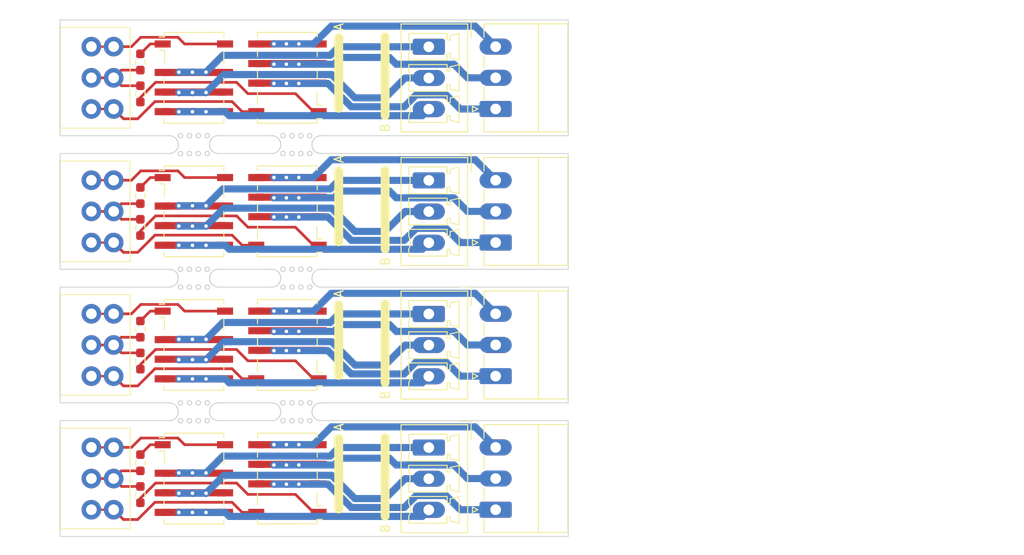
<source format=kicad_pcb>
(kicad_pcb (version 20240108) (generator "pcbnew") (generator_version "8.0")
  (layers (0 "F.Cu" signal) (31 "B.Cu" signal) (34 "B.Paste" user) (35 "F.Paste" user) (36 "B.SilkS" user "B.Silkscreen") (37 "F.SilkS" user "F.Silkscreen") (38 "B.Mask" user) (39 "F.Mask" user) (44 "Edge.Cuts" user))
  (net 0 "")
  (net 1 "/relay1/Coil2")
  (net 2 "/relay1/Coil1")
  (net 3 "/relay1/V+")
  (net 4 "Net-(J4-Pin_2)")
  (net 5 "Net-(J4-Pin_1)")
  (net 6 "Net-(J4-Pin_3)")
  (net 7 "Net-(J5-Pin_2)")
  (net 8 "Net-(J5-Pin_1)")
  (net 9 "Net-(J5-Pin_3)")
  (net 10 "/relay2/Coil2")
  (net 11 "/relay2/Coil1")
  (net 12 "Net-(J3-Pin_2)")
  (net 13 "Net-(J3-Pin_3)")
  (net 14 "Net-(J3-Pin_1)")
  (net 15 "Net-(J6-Pin_1)")
  (net 16 "Net-(J6-Pin_3)")
  (net 17 "Net-(J6-Pin_2)")
  (net 18 "/relay3/Coil1")
  (net 19 "/relay3/Coil2")
  (net 20 "Net-(J8-Pin_2)")
  (net 21 "Net-(J8-Pin_3)")
  (net 22 "Net-(J8-Pin_1)")
  (net 23 "Net-(J9-Pin_2)")
  (net 24 "Net-(J9-Pin_1)")
  (net 25 "Net-(J9-Pin_3)")
  (net 26 "/relay4/Coil1")
  (net 27 "/relay4/Coil2")
  (net 28 "Net-(J11-Pin_3)")
  (net 29 "Net-(J11-Pin_1)")
  (net 30 "Net-(J11-Pin_2)")
  (net 31 "Net-(J12-Pin_2)")
  (net 32 "Net-(J12-Pin_1)")
  (net 33 "Net-(J12-Pin_3)")
  (net 34 "/relay2/V+")
  (net 35 "/relay3/V+")
  (net 36 "/relay4/V+")
  (net 37 "Net-(K1-Pad1)")
  (net 38 "Net-(K2-Pad1)")
  (net 39 "Net-(K3-Pad1)")
  (net 40 "Net-(K4-Pad1)")
  (net 41 "Net-(K5-Pad1)")
  (net 42 "Net-(K6-Pad1)")
  (net 43 "Net-(K7-Pad1)")
  (net 44 "Net-(K8-Pad1)")
  (footprint "MountingHole:MountingHole_3.2mm_M3" (layer "F.Cu") (at 136 78.5)
    (property "Reference" "REF**" (hide yes))
    (property "Value" "MountingHole_3.2mm_M3")
  )
  (footprint "custom_kicad_lib_sk:R_0603_smalltext" (layer "F.Cu") (at 110.998 50.3015 90)
    (property "Reference" "R3" (hide yes))
    (property "Value" "680R")
  )
  (footprint "Connector_Phoenix_MC:PhoenixContact_MCV_1,5_3-G-3.5_1x03_P3.50mm_Vertical" (layer "F.Cu") (at 143.3575 90.0175 -90)
    (property "Reference" "J12" (hide yes))
    (property "Value" "Screw_Terminal_01x03")
  )
  (footprint "custom_kicad_lib_sk:connector_3.50mm_3P horizontal_MALE" (layer "F.Cu") (at 108 48.5 -90)
    (property "Reference" "J2" (hide yes))
    (property "Value" "Screw_Terminal_01x03" (hide yes))
  )
  (footprint "Relay_SMD:Relay_DPDT_Omron_G6K-2F-Y" (layer "F.Cu") (at 127.5 78.5 180)
    (property "Reference" "K5" (hide yes))
    (property "Value" "G6K-2F-Y-TR DC12")
  )
  (footprint "custom_kicad_lib_sk:R_0603_smalltext" (layer "F.Cu") (at 110.998 46.722 -90)
    (property "Reference" "R4" (hide yes))
    (property "Value" "680R")
  )
  (footprint "Connector_Phoenix_MC:PhoenixContact_MCV_1,5_3-G-3.5_1x03_P3.50mm_Vertical" (layer "F.Cu") (at 143.3575 75.0175 -90)
    (property "Reference" "J9" (hide yes))
    (property "Value" "Screw_Terminal_01x03")
  )
  (footprint "Relay_SMD:Relay_DPDT_Omron_G6K-2F-Y" (layer "F.Cu") (at 117 93.5)
    (property "Reference" "K8" (hide yes))
    (property "Value" "G6K-2F-Y-TR DC12")
  )
  (footprint "Relay_SMD:Relay_DPDT_Omron_G6K-2F-Y" (layer "F.Cu") (at 117 48.5)
    (property "Reference" "K4" (hide yes))
    (property "Value" "G6K-2F-Y-TR DC12")
  )
  (footprint "custom_kicad_lib_sk:R_0603_smalltext" (layer "F.Cu") (at 110.998 61.722 -90)
    (property "Reference" "R2" (hide yes))
    (property "Value" "680R")
  )
  (footprint "Connector_Phoenix_MC:PhoenixContact_MC_1,5_3-G-3.5_1x03_P3.50mm_Horizontal" (layer "F.Cu") (at 150.8575 97 90)
    (property "Reference" "J11" (hide yes))
    (property "Value" "Screw_Terminal_01x03")
  )
  (footprint "Relay_SMD:Relay_DPDT_Omron_G6K-2F-Y" (layer "F.Cu") (at 117 78.5)
    (property "Reference" "K6" (hide yes))
    (property "Value" "G6K-2F-Y-TR DC12")
  )
  (footprint "custom_kicad_lib_sk:R_0603_smalltext" (layer "F.Cu") (at 110.998 95.3015 90)
    (property "Reference" "R7" (hide yes))
    (property "Value" "680R")
  )
  (footprint "custom_kicad_lib_sk:mousebite" (layer "F.Cu") (at 128.5 71)
    (property "Reference" "REF**" (hide yes))
    (property "Value" "mousebite")
    (fp_arc (start -2.75 -1) (mid -1.75 0) (end -2.75 1) (stroke (width 0.12)) (layer "Edge.Cuts"))
    (fp_arc (start 2.75 1) (mid 1.75 0) (end 2.75 -1) (stroke (width 0.12)) (layer "Edge.Cuts"))
    (fp_circle (center -1.5 -1) (end -1.25 -1) (stroke (width 0.12)) (fill none) (layer "Edge.Cuts"))
    (fp_circle (center -1.5 1) (end -1.25 1) (stroke (width 0.12)) (fill none) (layer "Edge.Cuts"))
    (fp_circle (center -0.5 -1) (end -0.25 -1) (stroke (width 0.12)) (fill none) (layer "Edge.Cuts"))
    (fp_circle (center -0.5 1) (end -0.25 1) (stroke (width 0.12)) (fill none) (layer "Edge.Cuts"))
    (fp_circle (center 0.5 -1) (end 0.75 -1) (stroke (width 0.12)) (fill none) (layer "Edge.Cuts"))
    (fp_circle (center 0.5 1) (end 0.75 1) (stroke (width 0.12)) (fill none) (layer "Edge.Cuts"))
    (fp_circle (center 1.5 -1) (end 1.75 -1) (stroke (width 0.12)) (fill none) (layer "Edge.Cuts"))
    (fp_circle (center 1.5 1) (end 1.75 1) (stroke (width 0.12)) (fill none) (layer "Edge.Cuts"))
  )
  (footprint "custom_kicad_lib_sk:mousebite" (layer "F.Cu") (at 128.5 86)
    (property "Reference" "REF**" (hide yes))
    (property "Value" "mousebite")
    (fp_arc (start -2.75 -1) (mid -1.75 0) (end -2.75 1) (stroke (width 0.12)) (layer "Edge.Cuts"))
    (fp_arc (start 2.75 1) (mid 1.75 0) (end 2.75 -1) (stroke (width 0.12)) (layer "Edge.Cuts"))
    (fp_circle (center -1.5 -1) (end -1.25 -1) (stroke (width 0.12)) (fill none) (layer "Edge.Cuts"))
    (fp_circle (center -1.5 1) (end -1.25 1) (stroke (width 0.12)) (fill none) (layer "Edge.Cuts"))
    (fp_circle (center -0.5 -1) (end -0.25 -1) (stroke (width 0.12)) (fill none) (layer "Edge.Cuts"))
    (fp_circle (center -0.5 1) (end -0.25 1) (stroke (width 0.12)) (fill none) (layer "Edge.Cuts"))
    (fp_circle (center 0.5 -1) (end 0.75 -1) (stroke (width 0.12)) (fill none) (layer "Edge.Cuts"))
    (fp_circle (center 0.5 1) (end 0.75 1) (stroke (width 0.12)) (fill none) (layer "Edge.Cuts"))
    (fp_circle (center 1.5 -1) (end 1.75 -1) (stroke (width 0.12)) (fill none) (layer "Edge.Cuts"))
    (fp_circle (center 1.5 1) (end 1.75 1) (stroke (width 0.12)) (fill none) (layer "Edge.Cuts"))
  )
  (footprint "Connector_Phoenix_MC:PhoenixContact_MC_1,5_3-G-3.5_1x03_P3.50mm_Horizontal" (layer "F.Cu") (at 150.8575 52 90)
    (property "Reference" "J3" (hide yes))
    (property "Value" "Screw_Terminal_01x03")
  )
  (footprint "custom_kicad_lib_sk:connector_3.50mm_3P horizontal_MALE" (layer "F.Cu") (at 108 78.5 -90)
    (property "Reference" "J7" (hide yes))
    (property "Value" "Screw_Terminal_01x03" (hide yes))
  )
  (footprint "Connector_Phoenix_MC:PhoenixContact_MC_1,5_3-G-3.5_1x03_P3.50mm_Horizontal" (layer "F.Cu") (at 150.8575 67 90)
    (property "Reference" "J4" (hide yes))
    (property "Value" "Screw_Terminal_01x03")
  )
  (footprint "Relay_SMD:Relay_DPDT_Omron_G6K-2F-Y" (layer "F.Cu") (at 127.5 48.5 180)
    (property "Reference" "K3" (hide yes))
    (property "Value" "G6K-2F-Y-TR DC12")
  )
  (footprint "Connector_Phoenix_MC:PhoenixContact_MC_1,5_3-G-3.5_1x03_P3.50mm_Horizontal" (layer "F.Cu") (at 150.8575 82 90)
    (property "Reference" "J8" (hide yes))
    (property "Value" "Screw_Terminal_01x03")
  )
  (footprint "custom_kicad_lib_sk:R_0603_smalltext" (layer "F.Cu") (at 110.998 91.722 -90)
    (property "Reference" "R8" (hide yes))
    (property "Value" "680R")
  )
  (footprint "MountingHole:MountingHole_3.2mm_M3" (layer "F.Cu") (at 136 48.5)
    (property "Reference" "REF**" (hide yes))
    (property "Value" "MountingHole_3.2mm_M3")
  )
  (footprint "Relay_SMD:Relay_DPDT_Omron_G6K-2F-Y" (layer "F.Cu") (at 117 63.5)
    (property "Reference" "K2" (hide yes))
    (property "Value" "G6K-2F-Y-TR DC12")
  )
  (footprint "custom_kicad_lib_sk:R_0603_smalltext" (layer "F.Cu") (at 110.998 65.3015 90)
    (property "Reference" "R1" (hide yes))
    (property "Value" "680R")
  )
  (footprint "custom_kicad_lib_sk:mousebite" (layer "F.Cu") (at 117 56)
    (property "Reference" "REF**" (hide yes))
    (property "Value" "mousebite")
    (fp_arc (start -2.75 -1) (mid -1.75 0) (end -2.75 1) (stroke (width 0.12)) (layer "Edge.Cuts"))
    (fp_arc (start 2.75 1) (mid 1.75 0) (end 2.75 -1) (stroke (width 0.12)) (layer "Edge.Cuts"))
    (fp_circle (center -1.5 -1) (end -1.25 -1) (stroke (width 0.12)) (fill none) (layer "Edge.Cuts"))
    (fp_circle (center -1.5 1) (end -1.25 1) (stroke (width 0.12)) (fill none) (layer "Edge.Cuts"))
    (fp_circle (center -0.5 -1) (end -0.25 -1) (stroke (width 0.12)) (fill none) (layer "Edge.Cuts"))
    (fp_circle (center -0.5 1) (end -0.25 1) (stroke (width 0.12)) (fill none) (layer "Edge.Cuts"))
    (fp_circle (center 0.5 -1) (end 0.75 -1) (stroke (width 0.12)) (fill none) (layer "Edge.Cuts"))
    (fp_circle (center 0.5 1) (end 0.75 1) (stroke (width 0.12)) (fill none) (layer "Edge.Cuts"))
    (fp_circle (center 1.5 -1) (end 1.75 -1) (stroke (width 0.12)) (fill none) (layer "Edge.Cuts"))
    (fp_circle (center 1.5 1) (end 1.75 1) (stroke (width 0.12)) (fill none) (layer "Edge.Cuts"))
  )
  (footprint "MountingHole:MountingHole_3.2mm_M3" (layer "F.Cu") (at 136 93.5)
    (property "Reference" "REF**" (hide yes))
    (property "Value" "MountingHole_3.2mm_M3")
  )
  (footprint "custom_kicad_lib_sk:R_0603_smalltext" (layer "F.Cu") (at 110.998 80.3015 90)
    (property "Reference" "R5" (hide yes))
    (property "Value" "680R")
  )
  (footprint "custom_kicad_lib_sk:mousebite" (layer "F.Cu") (at 117 71)
    (property "Reference" "REF**" (hide yes))
    (property "Value" "mousebite")
    (fp_arc (start -2.75 -1) (mid -1.75 0) (end -2.75 1) (stroke (width 0.12)) (layer "Edge.Cuts"))
    (fp_arc (start 2.75 1) (mid 1.75 0) (end 2.75 -1) (stroke (width 0.12)) (layer "Edge.Cuts"))
    (fp_circle (center -1.5 -1) (end -1.25 -1) (stroke (width 0.12)) (fill none) (layer "Edge.Cuts"))
    (fp_circle (center -1.5 1) (end -1.25 1) (stroke (width 0.12)) (fill none) (layer "Edge.Cuts"))
    (fp_circle (center -0.5 -1) (end -0.25 -1) (stroke (width 0.12)) (fill none) (layer "Edge.Cuts"))
    (fp_circle (center -0.5 1) (end -0.25 1) (stroke (width 0.12)) (fill none) (layer "Edge.Cuts"))
    (fp_circle (center 0.5 -1) (end 0.75 -1) (stroke (width 0.12)) (fill none) (layer "Edge.Cuts"))
    (fp_circle (center 0.5 1) (end 0.75 1) (stroke (width 0.12)) (fill none) (layer "Edge.Cuts"))
    (fp_circle (center 1.5 -1) (end 1.75 -1) (stroke (width 0.12)) (fill none) (layer "Edge.Cuts"))
    (fp_circle (center 1.5 1) (end 1.75 1) (stroke (width 0.12)) (fill none) (layer "Edge.Cuts"))
  )
  (footprint "custom_kicad_lib_sk:connector_3.50mm_3P horizontal_MALE" (layer "F.Cu") (at 108 93.5 -90)
    (property "Reference" "J10" (hide yes))
    (property "Value" "Screw_Terminal_01x03" (hide yes))
  )
  (footprint "custom_kicad_lib_sk:connector_3.50mm_3P horizontal_MALE" (layer "F.Cu") (at 108 63.5 -90)
    (property "Reference" "J1" (hide yes))
    (property "Value" "Screw_Terminal_01x03" (hide yes))
  )
  (footprint "Relay_SMD:Relay_DPDT_Omron_G6K-2F-Y" (layer "F.Cu") (at 127.5 63.5 180)
    (property "Reference" "K1" (hide yes))
    (property "Value" "G6K-2F-Y-TR DC12")
  )
  (footprint "custom_kicad_lib_sk:mousebite" (layer "F.Cu") (at 128.5 56)
    (property "Reference" "REF**" (hide yes))
    (property "Value" "mousebite")
    (fp_arc (start -2.75 -1) (mid -1.75 0) (end -2.75 1) (stroke (width 0.12)) (layer "Edge.Cuts"))
    (fp_arc (start 2.75 1) (mid 1.75 0) (end 2.75 -1) (stroke (width 0.12)) (layer "Edge.Cuts"))
    (fp_circle (center -1.5 -1) (end -1.25 -1) (stroke (width 0.12)) (fill none) (layer "Edge.Cuts"))
    (fp_circle (center -1.5 1) (end -1.25 1) (stroke (width 0.12)) (fill none) (layer "Edge.Cuts"))
    (fp_circle (center -0.5 -1) (end -0.25 -1) (stroke (width 0.12)) (fill none) (layer "Edge.Cuts"))
    (fp_circle (center -0.5 1) (end -0.25 1) (stroke (width 0.12)) (fill none) (layer "Edge.Cuts"))
    (fp_circle (center 0.5 -1) (end 0.75 -1) (stroke (width 0.12)) (fill none) (layer "Edge.Cuts"))
    (fp_circle (center 0.5 1) (end 0.75 1) (stroke (width 0.12)) (fill none) (layer "Edge.Cuts"))
    (fp_circle (center 1.5 -1) (end 1.75 -1) (stroke (width 0.12)) (fill none) (layer "Edge.Cuts"))
    (fp_circle (center 1.5 1) (end 1.75 1) (stroke (width 0.12)) (fill none) (layer "Edge.Cuts"))
  )
  (footprint "custom_kicad_lib_sk:R_0603_smalltext" (layer "F.Cu") (at 110.998 76.722 -90)
    (property "Reference" "R6" (hide yes))
    (property "Value" "680R")
  )
  (footprint "Connector_Phoenix_MC:PhoenixContact_MCV_1,5_3-G-3.5_1x03_P3.50mm_Vertical" (layer "F.Cu") (at 143.3575 45.0175 -90)
    (property "Reference" "J6" (hide yes))
    (property "Value" "Screw_Terminal_01x03")
  )
  (footprint "custom_kicad_lib_sk:mousebite" (layer "F.Cu") (at 117 86)
    (property "Reference" "REF**" (hide yes))
    (property "Value" "mousebite")
    (fp_arc (start -2.75 -1) (mid -1.75 0) (end -2.75 1) (stroke (width 0.12)) (layer "Edge.Cuts"))
    (fp_arc (start 2.75 1) (mid 1.75 0) (end 2.75 -1) (stroke (width 0.12)) (layer "Edge.Cuts"))
    (fp_circle (center -1.5 -1) (end -1.25 -1) (stroke (width 0.12)) (fill none) (layer "Edge.Cuts"))
    (fp_circle (center -1.5 1) (end -1.25 1) (stroke (width 0.12)) (fill none) (layer "Edge.Cuts"))
    (fp_circle (center -0.5 -1) (end -0.25 -1) (stroke (width 0.12)) (fill none) (layer "Edge.Cuts"))
    (fp_circle (center -0.5 1) (end -0.25 1) (stroke (width 0.12)) (fill none) (layer "Edge.Cuts"))
    (fp_circle (center 0.5 -1) (end 0.75 -1) (stroke (width 0.12)) (fill none) (layer "Edge.Cuts"))
    (fp_circle (center 0.5 1) (end 0.75 1) (stroke (width 0.12)) (fill none) (layer "Edge.Cuts"))
    (fp_circle (center 1.5 -1) (end 1.75 -1) (stroke (width 0.12)) (fill none) (layer "Edge.Cuts"))
    (fp_circle (center 1.5 1) (end 1.75 1) (stroke (width 0.12)) (fill none) (layer "Edge.Cuts"))
  )
  (footprint "Connector_Phoenix_MC:PhoenixContact_MCV_1,5_3-G-3.5_1x03_P3.50mm_Vertical" (layer "F.Cu") (at 143.3575 60.0175 -90)
    (property "Reference" "J5" (hide yes))
    (property "Value" "Screw_Terminal_01x03")
  )
  (footprint "Relay_SMD:Relay_DPDT_Omron_G6K-2F-Y" (layer "F.Cu") (at 127.5 93.5 180)
    (property "Reference" "K7" (hide yes))
    (property "Value" "G6K-2F-Y-TR DC12")
  )
  (footprint "MountingHole:MountingHole_3.2mm_M3" (layer "F.Cu") (at 136 63.5)
    (property "Reference" "REF**" (hide yes))
    (property "Value" "MountingHole_3.2mm_M3")
  )
  (gr_line (start 133.25 89) (end 133.25 96.921) (stroke (width 1)) (layer "F.SilkS"))
  (gr_line (start 133.25 59) (end 133.25 66.921) (stroke (width 1)) (layer "F.SilkS"))
  (gr_line (start 138.457 58.921) (end 138.457 67.715) (stroke (width 1)) (layer "F.SilkS"))
  (gr_line (start 138.457 73.921) (end 138.457 82.715) (stroke (width 1)) (layer "F.SilkS"))
  (gr_line (start 133.25 44) (end 133.25 51.921) (stroke (width 1)) (layer "F.SilkS"))
  (gr_line (start 133.25 74) (end 133.25 81.921) (stroke (width 1)) (layer "F.SilkS"))
  (gr_line (start 138.457 43.921) (end 138.457 52.715) (stroke (width 1)) (layer "F.SilkS"))
  (gr_line (start 138.457 88.921) (end 138.457 97.715) (stroke (width 1)) (layer "F.SilkS"))
  (gr_line (start 102 100) (end 159 100) (stroke (width 0.1)) (layer "Edge.Cuts"))
  (gr_line (start 114.25 85) (end 102 85) (stroke (width 0.1)) (layer "Edge.Cuts"))
  (gr_line (start 102 72) (end 102 85) (stroke (width 0.1)) (layer "Edge.Cuts"))
  (gr_line (start 119.75 72) (end 125.75 72) (stroke (width 0.1)) (layer "Edge.Cuts"))
  (gr_line (start 114.25 42) (end 159 42) (stroke (width 0.1)) (layer "Edge.Cuts"))
  (gr_line (start 131.25 55) (end 159 55) (stroke (width 0.1)) (layer "Edge.Cuts"))
  (gr_line (start 114.25 72) (end 102 72) (stroke (width 0.1)) (layer "Edge.Cuts"))
  (gr_line (start 131.25 72) (end 159 72) (stroke (width 0.1)) (layer "Edge.Cuts"))
  (gr_line (start 102 42) (end 102 55) (stroke (width 0.1)) (layer "Edge.Cuts"))
  (gr_line (start 159 70) (end 159 57) (stroke (width 0.1)) (layer "Edge.Cuts"))
  (gr_line (start 131.25 70) (end 159 70) (stroke (width 0.1)) (layer "Edge.Cuts"))
  (gr_line (start 114.25 70) (end 102 70) (stroke (width 0.1)) (layer "Edge.Cuts"))
  (gr_line (start 114.25 57) (end 102 57) (stroke (width 0.1)) (layer "Edge.Cuts"))
  (gr_line (start 131.25 57) (end 159 57) (stroke (width 0.1)) (layer "Edge.Cuts"))
  (gr_line (start 131.25 87) (end 159 87) (stroke (width 0.1)) (layer "Edge.Cuts"))
  (gr_line (start 114.25 55) (end 102 55) (stroke (width 0.1)) (layer "Edge.Cuts"))
  (gr_line (start 119.75 57) (end 125.75 57) (stroke (width 0.1)) (layer "Edge.Cuts"))
  (gr_line (start 119.75 87) (end 125.75 87) (stroke (width 0.1)) (layer "Edge.Cuts"))
  (gr_line (start 159 55) (end 159 42) (stroke (width 0.1)) (layer "Edge.Cuts"))
  (gr_line (start 114.25 87) (end 102 87) (stroke (width 0.1)) (layer "Edge.Cuts"))
  (gr_line (start 159 100) (end 159 87) (stroke (width 0.1)) (layer "Edge.Cuts"))
  (gr_line (start 159 85) (end 159 72) (stroke (width 0.1)) (layer "Edge.Cuts"))
  (gr_line (start 119.75 55) (end 125.75 55) (stroke (width 0.1)) (layer "Edge.Cuts"))
  (gr_line (start 114.25 42) (end 102 42) (stroke (width 0.1)) (layer "Edge.Cuts"))
  (gr_line (start 119.75 70) (end 125.75 70) (stroke (width 0.1)) (layer "Edge.Cuts"))
  (gr_line (start 102 87) (end 102 100) (stroke (width 0.1)) (layer "Edge.Cuts"))
  (gr_line (start 119.75 85) (end 125.75 85) (stroke (width 0.1)) (layer "Edge.Cuts"))
  (gr_line (start 102 57) (end 102 70) (stroke (width 0.1)) (layer "Edge.Cuts"))
  (gr_line (start 131.25 85) (end 159 85) (stroke (width 0.1)) (layer "Edge.Cuts"))
  (gr_text "B" (at 139.065 54.723 90) (layer "F.SilkS") (effects (font (size 1 1)) (justify left bottom)))
  (gr_text "A" (at 133.858 88.265 90) (layer "F.SilkS") (effects (font (size 1 1)) (justify left bottom)))
  (gr_text "A" (at 133.858 43.307 90) (layer "F.SilkS") (effects (font (size 1 1)) (justify left bottom)))
  (gr_text "A" (at 133.858 73.279 90) (layer "F.SilkS") (effects (font (size 1 1)) (justify left bottom)))
  (gr_text "B" (at 139.065 84.723 90) (layer "F.SilkS") (effects (font (size 1 1)) (justify left bottom)))
  (gr_text "B" (at 139.065 69.723 90) (layer "F.SilkS") (effects (font (size 1 1)) (justify left bottom)))
  (gr_text "B" (at 139.065 99.723 90) (layer "F.SilkS") (effects (font (size 1 1)) (justify left bottom)))
  (gr_text "A" (at 133.858 58.166 90) (layer "F.SilkS") (effects (font (size 1 1)) (justify left bottom)))
  (segment (start 122.418 67.3) (end 124 67.3) (width 0.3) (layer "F.Cu") (net 1))
  (segment (start 112.633 66.167) (end 121.285 66.167) (width 0.3) (layer "F.Cu") (net 1))
  (segment (start 109.099999 68.099999) (end 110.700001 68.099999) (width 0.3) (layer "F.Cu") (net 1))
  (segment (start 105.5 67) (end 108 67) (width 0.25) (layer "F.Cu") (net 1))
  (segment (start 110.700001 68.099999) (end 112.633 66.167) (width 0.3) (layer "F.Cu") (net 1))
  (segment (start 108 67) (end 109.099999 68.099999) (width 0.3) (layer "F.Cu") (net 1))
  (segment (start 121.285 66.167) (end 122.418 67.3) (width 0.3) (layer "F.Cu") (net 1))
  (segment (start 115.961 59.7) (end 115.211 58.95) (width 0.3) (layer "F.Cu") (net 2))
  (segment (start 115.211 58.95) (end 111.05 58.95) (width 0.3) (layer "F.Cu") (net 2))
  (segment (start 111.05 58.95) (end 110 60) (width 0.3) (layer "F.Cu") (net 2))
  (segment (start 108 60) (end 105.5 60) (width 0.25) (layer "F.Cu") (net 2))
  (segment (start 110 60) (end 108 60) (width 0.3) (layer "F.Cu") (net 2))
  (segment (start 120.5 59.7) (end 115.961 59.7) (width 0.3) (layer "F.Cu") (net 2))
  (segment (start 110.998 62.6345) (end 108.8655 62.6345) (width 0.3) (layer "F.Cu") (net 3))
  (segment (start 108 63.5) (end 105.5 63.5) (width 0.3) (layer "F.Cu") (net 3))
  (segment (start 110.998 64.389) (end 108.889 64.389) (width 0.3) (layer "F.Cu") (net 3))
  (segment (start 108.889 64.389) (end 108 63.5) (width 0.3) (layer "F.Cu") (net 3))
  (segment (start 108.8655 62.6345) (end 108 63.5) (width 0.3) (layer "F.Cu") (net 3))
  (segment (start 124 61.9) (end 131 61.9) (width 0.8) (layer "F.Cu") (net 4))
  (via (at 127.381 61.976) (size 0.8) (drill 0.4) (layers "F.Cu" "B.Cu") (net 4))
  (via (at 125.984 61.976) (size 0.8) (drill 0.4) (layers "F.Cu" "B.Cu") (net 4))
  (via (at 128.778 61.976) (size 0.8) (drill 0.4) (layers "F.Cu" "B.Cu") (net 4))
  (segment (start 125.984 61.976) (end 128.778 61.976) (width 0.8) (layer "B.Cu") (net 4))
  (segment (start 146.177 61.976) (end 147.701 63.5) (width 0.8) (layer "B.Cu") (net 4))
  (segment (start 147.701 63.5) (end 150.8575 63.5) (width 0.8) (layer "B.Cu") (net 4))
  (segment (start 139.7 61.976) (end 146.177 61.976) (width 0.8) (layer "B.Cu") (net 4))
  (segment (start 133.477 61.214) (end 138.938 61.214) (width 0.8) (layer "B.Cu") (net 4))
  (segment (start 138.938 61.214) (end 139.7 61.976) (width 0.8) (layer "B.Cu") (net 4))
  (segment (start 128.778 61.976) (end 132.715 61.976) (width 0.8) (layer "B.Cu") (net 4))
  (segment (start 132.715 61.976) (end 133.477 61.214) (width 0.8) (layer "B.Cu") (net 4))
  (segment (start 131 64.1) (end 124 64.1) (width 0.8) (layer "F.Cu") (net 5))
  (via (at 125.984 64.135) (size 0.8) (drill 0.4) (layers "F.Cu" "B.Cu") (net 5))
  (via (at 127.381 64.135) (size 0.8) (drill 0.4) (layers "F.Cu" "B.Cu") (net 5))
  (via (at 128.778 64.135) (size 0.8) (drill 0.4) (layers "F.Cu" "B.Cu") (net 5))
  (segment (start 128.778 64.135) (end 132.038805 64.135) (width 0.8) (layer "B.Cu") (net 5))
  (segment (start 132.038805 64.135) (end 134.653805 66.75) (width 0.8) (layer "B.Cu") (net 5))
  (segment (start 145.288 65.405) (end 146.883 67) (width 0.8) (layer "B.Cu") (net 5))
  (segment (start 140.60368 66.75) (end 141.94868 65.405) (width 0.8) (layer "B.Cu") (net 5))
  (segment (start 141.94868 65.405) (end 145.288 65.405) (width 0.8) (layer "B.Cu") (net 5))
  (segment (start 134.653805 66.75) (end 140.60368 66.75) (width 0.8) (layer "B.Cu") (net 5))
  (segment (start 146.883 67) (end 150.8575 67) (width 0.8) (layer "B.Cu") (net 5))
  (segment (start 125.984 64.135) (end 128.778 64.135) (width 0.8) (layer "B.Cu") (net 5))
  (segment (start 125.984 59.69) (end 125.974 59.7) (width 0.8) (layer "F.Cu") (net 6))
  (segment (start 125.994 59.7) (end 125.984 59.69) (width 0.8) (layer "F.Cu") (net 6))
  (segment (start 131 59.7) (end 125.994 59.7) (width 0.8) (layer "F.Cu") (net 6))
  (segment (start 125.974 59.7) (end 124 59.7) (width 0.8) (layer "F.Cu") (net 6))
  (via (at 128.778 59.69) (size 0.8) (drill 0.4) (layers "F.Cu" "B.Cu") (net 6))
  (via (at 125.984 59.69) (size 0.8) (drill 0.4) (layers "F.Cu" "B.Cu") (net 6))
  (via (at 127.381 59.69) (size 0.8) (drill 0.4) (layers "F.Cu" "B.Cu") (net 6))
  (segment (start 132.419 57.7) (end 148.5575 57.7) (width 0.8) (layer "B.Cu") (net 6))
  (segment (start 125.984 59.69) (end 130.429 59.69) (width 0.8) (layer "B.Cu") (net 6))
  (segment (start 148.5575 57.7) (end 150.8575 60) (width 0.8) (layer "B.Cu") (net 6))
  (segment (start 130.429 59.69) (end 132.419 57.7) (width 0.8) (layer "B.Cu") (net 6))
  (segment (start 115.265 65.1) (end 115.316 65.151) (width 0.8) (layer "F.Cu") (net 7))
  (segment (start 116.891 65.1) (end 118.313 65.1) (width 0.8) (layer "F.Cu") (net 7))
  (segment (start 118.415 65.1) (end 120.5 65.1) (width 0.8) (layer "F.Cu") (net 7))
  (segment (start 116.84 65.151) (end 116.891 65.1) (width 0.8) (layer "F.Cu") (net 7))
  (segment (start 118.313 65.1) (end 118.364 65.151) (width 0.8) (layer "F.Cu") (net 7))
  (segment (start 116.789 65.1) (end 116.84 65.151) (width 0.8) (layer "F.Cu") (net 7))
  (segment (start 113.5 65.1) (end 115.265 65.1) (width 0.8) (layer "F.Cu") (net 7))
  (segment (start 115.316 65.151) (end 115.367 65.1) (width 0.8) (layer "F.Cu") (net 7))
  (segment (start 118.364 65.151) (end 118.415 65.1) (width 0.8) (layer "F.Cu") (net 7))
  (segment (start 115.367 65.1) (end 116.789 65.1) (width 0.8) (layer "F.Cu") (net 7))
  (via (at 116.84 65.151) (size 0.8) (drill 0.4) (layers "F.Cu" "B.Cu") (net 7))
  (via (at 118.364 65.151) (size 0.8) (drill 0.4) (layers "F.Cu" "B.Cu") (net 7))
  (via (at 115.316 65.151) (size 0.8) (drill 0.4) (layers "F.Cu" "B.Cu") (net 7))
  (segment (start 132.453019 63.135) (end 135.068019 65.75) (width 0.8) (layer "B.Cu") (net 7))
  (segment (start 138.466 65.75) (end 140.6985 63.5175) (width 0.8) (layer "B.Cu") (net 7))
  (segment (start 118.364 65.151) (end 120.38 63.135) (width 0.8) (layer "B.Cu") (net 7))
  (segment (start 140.6985 63.5175) (end 143.3575 63.5175) (width 0.8) (layer "B.Cu") (net 7))
  (segment (start 135.068019 65.75) (end 138.466 65.75) (width 0.8) (layer "B.Cu") (net 7))
  (segment (start 115.316 65.151) (end 118.364 65.151) (width 0.8) (layer "B.Cu") (net 7))
  (segment (start 120.38 63.135) (end 132.453019 63.135) (width 0.8) (layer "B.Cu") (net 7))
  (segment (start 118.399 62.9) (end 118.364 62.865) (width 0.8) (layer "F.Cu") (net 8))
  (segment (start 116.875 62.9) (end 116.84 62.865) (width 0.8) (layer "F.Cu") (net 8))
  (segment (start 118.364 62.865) (end 118.329 62.9) (width 0.8) (layer "F.Cu") (net 8))
  (segment (start 115.316 62.865) (end 115.281 62.9) (width 0.8) (layer "F.Cu") (net 8))
  (segment (start 116.805 62.9) (end 115.351 62.9) (width 0.8) (layer "F.Cu") (net 8))
  (segment (start 120.5 62.9) (end 118.399 62.9) (width 0.8) (layer "F.Cu") (net 8))
  (segment (start 115.351 62.9) (end 115.316 62.865) (width 0.8) (layer "F.Cu") (net 8))
  (segment (start 118.329 62.9) (end 116.875 62.9) (width 0.8) (layer "F.Cu") (net 8))
  (segment (start 115.281 62.9) (end 113.5 62.9) (width 0.8) (layer "F.Cu") (net 8))
  (segment (start 116.84 62.865) (end 116.805 62.9) (width 0.8) (layer "F.Cu") (net 8))
  (via (at 116.84 62.865) (size 0.8) (drill 0.4) (layers "F.Cu" "B.Cu") (net 8))
  (via (at 118.364 62.865) (size 0.8) (drill 0.4) (layers "F.Cu" "B.Cu") (net 8))
  (via (at 115.316 62.865) (size 0.8) (drill 0.4) (layers "F.Cu" "B.Cu") (net 8))
  (segment (start 118.364 62.865) (end 120.253 60.976) (width 0.8) (layer "B.Cu") (net 8))
  (segment (start 120.253 60.976) (end 132.300786 60.976) (width 0.8) (layer "B.Cu") (net 8))
  (segment (start 132.300786 60.976) (end 133.259286 60.0175) (width 0.8) (layer "B.Cu") (net 8))
  (segment (start 133.259286 60.0175) (end 143.3575 60.0175) (width 0.8) (layer "B.Cu") (net 8))
  (segment (start 115.316 62.865) (end 118.364 62.865) (width 0.8) (layer "B.Cu") (net 8))
  (segment (start 116.85 67.3) (end 118.354 67.3) (width 0.8) (layer "F.Cu") (net 9))
  (segment (start 116.84 67.31) (end 116.85 67.3) (width 0.8) (layer "F.Cu") (net 9))
  (segment (start 118.364 67.31) (end 118.374 67.3) (width 0.8) (layer "F.Cu") (net 9))
  (segment (start 115.316 67.31) (end 115.326 67.3) (width 0.8) (layer "F.Cu") (net 9))
  (segment (start 118.354 67.3) (end 118.364 67.31) (width 0.8) (layer "F.Cu") (net 9))
  (segment (start 116.83 67.3) (end 116.84 67.31) (width 0.8) (layer "F.Cu") (net 9))
  (segment (start 118.374 67.3) (end 120.5 67.3) (width 0.8) (layer "F.Cu") (net 9))
  (segment (start 113.5 67.3) (end 115.306 67.3) (width 0.8) (layer "F.Cu") (net 9))
  (segment (start 115.306 67.3) (end 115.316 67.31) (width 0.8) (layer "F.Cu") (net 9))
  (segment (start 115.326 67.3) (end 116.83 67.3) (width 0.8) (layer "F.Cu") (net 9))
  (via (at 115.316 67.31) (size 0.8) (drill 0.4) (layers "F.Cu" "B.Cu") (net 9))
  (via (at 116.84 67.31) (size 0.8) (drill 0.4) (layers "F.Cu" "B.Cu") (net 9))
  (via (at 118.364 67.31) (size 0.8) (drill 0.4) (layers "F.Cu" "B.Cu") (net 9))
  (segment (start 120.523 67.31) (end 120.963 67.75) (width 0.8) (layer "B.Cu") (net 9))
  (segment (start 142.625 67.75) (end 143.3575 67.0175) (width 0.8) (layer "B.Cu") (net 9))
  (segment (start 115.316 67.31) (end 120.523 67.31) (width 0.8) (layer "B.Cu") (net 9))
  (segment (start 120.963 67.75) (end 142.625 67.75) (width 0.8) (layer "B.Cu") (net 9))
  (segment (start 110.700001 53.099999) (end 112.633 51.167) (width 0.3) (layer "F.Cu") (net 10))
  (segment (start 121.285 51.167) (end 122.418 52.3) (width 0.3) (layer "F.Cu") (net 10))
  (segment (start 112.633 51.167) (end 121.285 51.167) (width 0.3) (layer "F.Cu") (net 10))
  (segment (start 109.099999 53.099999) (end 110.700001 53.099999) (width 0.3) (layer "F.Cu") (net 10))
  (segment (start 108 52) (end 109.099999 53.099999) (width 0.3) (layer "F.Cu") (net 10))
  (segment (start 105.5 52) (end 108 52) (width 0.25) (layer "F.Cu") (net 10))
  (segment (start 122.418 52.3) (end 124 52.3) (width 0.3) (layer "F.Cu") (net 10))
  (segment (start 110 45) (end 108 45) (width 0.3) (layer "F.Cu") (net 11))
  (segment (start 120.5 44.7) (end 115.961 44.7) (width 0.3) (layer "F.Cu") (net 11))
  (segment (start 115.961 44.7) (end 115.211 43.95) (width 0.3) (layer "F.Cu") (net 11))
  (segment (start 111.05 43.95) (end 110 45) (width 0.3) (layer "F.Cu") (net 11))
  (segment (start 115.211 43.95) (end 111.05 43.95) (width 0.3) (layer "F.Cu") (net 11))
  (segment (start 108 45) (end 105.5 45) (width 0.25) (layer "F.Cu") (net 11))
  (segment (start 124 46.9) (end 131 46.9) (width 0.8) (layer "F.Cu") (net 12))
  (via (at 127.381 46.976) (size 0.8) (drill 0.4) (layers "F.Cu" "B.Cu") (net 12))
  (via (at 125.984 46.976) (size 0.8) (drill 0.4) (layers "F.Cu" "B.Cu") (net 12))
  (via (at 128.778 46.976) (size 0.8) (drill 0.4) (layers "F.Cu" "B.Cu") (net 12))
  (segment (start 147.701 48.5) (end 150.8575 48.5) (width 0.8) (layer "B.Cu") (net 12))
  (segment (start 133.477 46.214) (end 138.938 46.214) (width 0.8) (layer "B.Cu") (net 12))
  (segment (start 138.938 46.214) (end 139.7 46.976) (width 0.8) (layer "B.Cu") (net 12))
  (segment (start 132.715 46.976) (end 133.477 46.214) (width 0.8) (layer "B.Cu") (net 12))
  (segment (start 128.778 46.976) (end 132.715 46.976) (width 0.8) (layer "B.Cu") (net 12))
  (segment (start 125.984 46.976) (end 128.778 46.976) (width 0.8) (layer "B.Cu") (net 12))
  (segment (start 146.177 46.976) (end 147.701 48.5) (width 0.8) (layer "B.Cu") (net 12))
  (segment (start 139.7 46.976) (end 146.177 46.976) (width 0.8) (layer "B.Cu") (net 12))
  (segment (start 131 44.7) (end 125.994 44.7) (width 0.8) (layer "F.Cu") (net 13))
  (segment (start 125.984 44.69) (end 125.974 44.7) (width 0.8) (layer "F.Cu") (net 13))
  (segment (start 125.974 44.7) (end 124 44.7) (width 0.8) (layer "F.Cu") (net 13))
  (segment (start 125.994 44.7) (end 125.984 44.69) (width 0.8) (layer "F.Cu") (net 13))
  (via (at 125.984 44.69) (size 0.8) (drill 0.4) (layers "F.Cu" "B.Cu") (net 13))
  (via (at 128.778 44.69) (size 0.8) (drill 0.4) (layers "F.Cu" "B.Cu") (net 13))
  (via (at 127.381 44.69) (size 0.8) (drill 0.4) (layers "F.Cu" "B.Cu") (net 13))
  (segment (start 125.984 44.69) (end 130.429 44.69) (width 0.8) (layer "B.Cu") (net 13))
  (segment (start 132.419 42.7) (end 148.5575 42.7) (width 0.8) (layer "B.Cu") (net 13))
  (segment (start 148.5575 42.7) (end 150.8575 45) (width 0.8) (layer "B.Cu") (net 13))
  (segment (start 130.429 44.69) (end 132.419 42.7) (width 0.8) (layer "B.Cu") (net 13))
  (segment (start 131 49.1) (end 124 49.1) (width 0.8) (layer "F.Cu") (net 14))
  (via (at 128.778 49.135) (size 0.8) (drill 0.4) (layers "F.Cu" "B.Cu") (net 14))
  (via (at 127.381 49.135) (size 0.8) (drill 0.4) (layers "F.Cu" "B.Cu") (net 14))
  (via (at 125.984 49.135) (size 0.8) (drill 0.4) (layers "F.Cu" "B.Cu") (net 14))
  (segment (start 140.60368 51.75) (end 141.94868 50.405) (width 0.8) (layer "B.Cu") (net 14))
  (segment (start 141.94868 50.405) (end 145.288 50.405) (width 0.8) (layer "B.Cu") (net 14))
  (segment (start 145.288 50.405) (end 146.883 52) (width 0.8) (layer "B.Cu") (net 14))
  (segment (start 134.653805 51.75) (end 140.60368 51.75) (width 0.8) (layer "B.Cu") (net 14))
  (segment (start 146.883 52) (end 150.8575 52) (width 0.8) (layer "B.Cu") (net 14))
  (segment (start 132.038805 49.135) (end 134.653805 51.75) (width 0.8) (layer "B.Cu") (net 14))
  (segment (start 128.778 49.135) (end 132.038805 49.135) (width 0.8) (layer "B.Cu") (net 14))
  (segment (start 125.984 49.135) (end 128.778 49.135) (width 0.8) (layer "B.Cu") (net 14))
  (segment (start 118.364 47.865) (end 118.329 47.9) (width 0.8) (layer "F.Cu") (net 15))
  (segment (start 115.316 47.865) (end 115.281 47.9) (width 0.8) (layer "F.Cu") (net 15))
  (segment (start 116.84 47.865) (end 116.805 47.9) (width 0.8) (layer "F.Cu") (net 15))
  (segment (start 118.399 47.9) (end 118.364 47.865) (width 0.8) (layer "F.Cu") (net 15))
  (segment (start 116.805 47.9) (end 115.351 47.9) (width 0.8) (layer "F.Cu") (net 15))
  (segment (start 116.875 47.9) (end 116.84 47.865) (width 0.8) (layer "F.Cu") (net 15))
  (segment (start 120.5 47.9) (end 118.399 47.9) (width 0.8) (layer "F.Cu") (net 15))
  (segment (start 115.351 47.9) (end 115.316 47.865) (width 0.8) (layer "F.Cu") (net 15))
  (segment (start 118.329 47.9) (end 116.875 47.9) (width 0.8) (layer "F.Cu") (net 15))
  (segment (start 115.281 47.9) (end 113.5 47.9) (width 0.8) (layer "F.Cu") (net 15))
  (via (at 118.364 47.865) (size 0.8) (drill 0.4) (layers "F.Cu" "B.Cu") (net 15))
  (via (at 115.316 47.865) (size 0.8) (drill 0.4) (layers "F.Cu" "B.Cu") (net 15))
  (via (at 116.84 47.865) (size 0.8) (drill 0.4) (layers "F.Cu" "B.Cu") (net 15))
  (segment (start 120.253 45.976) (end 132.300786 45.976) (width 0.8) (layer "B.Cu") (net 15))
  (segment (start 133.259286 45.0175) (end 143.3575 45.0175) (width 0.8) (layer "B.Cu") (net 15))
  (segment (start 132.300786 45.976) (end 133.259286 45.0175) (width 0.8) (layer "B.Cu") (net 15))
  (segment (start 115.316 47.865) (end 118.364 47.865) (width 0.8) (layer "B.Cu") (net 15))
  (segment (start 118.364 47.865) (end 120.253 45.976) (width 0.8) (layer "B.Cu") (net 15))
  (segment (start 115.306 52.3) (end 115.316 52.31) (width 0.8) (layer "F.Cu") (net 16))
  (segment (start 116.83 52.3) (end 116.84 52.31) (width 0.8) (layer "F.Cu") (net 16))
  (segment (start 115.326 52.3) (end 116.83 52.3) (width 0.8) (layer "F.Cu") (net 16))
  (segment (start 118.374 52.3) (end 120.5 52.3) (width 0.8) (layer "F.Cu") (net 16))
  (segment (start 116.84 52.31) (end 116.85 52.3) (width 0.8) (layer "F.Cu") (net 16))
  (segment (start 113.5 52.3) (end 115.306 52.3) (width 0.8) (layer "F.Cu") (net 16))
  (segment (start 116.85 52.3) (end 118.354 52.3) (width 0.8) (layer "F.Cu") (net 16))
  (segment (start 115.316 52.31) (end 115.326 52.3) (width 0.8) (layer "F.Cu") (net 16))
  (segment (start 118.364 52.31) (end 118.374 52.3) (width 0.8) (layer "F.Cu") (net 16))
  (segment (start 118.354 52.3) (end 118.364 52.31) (width 0.8) (layer "F.Cu") (net 16))
  (via (at 116.84 52.31) (size 0.8) (drill 0.4) (layers "F.Cu" "B.Cu") (net 16))
  (via (at 118.364 52.31) (size 0.8) (drill 0.4) (layers "F.Cu" "B.Cu") (net 16))
  (via (at 115.316 52.31) (size 0.8) (drill 0.4) (layers "F.Cu" "B.Cu") (net 16))
  (segment (start 142.625 52.75) (end 143.3575 52.0175) (width 0.8) (layer "B.Cu") (net 16))
  (segment (start 120.523 52.31) (end 120.963 52.75) (width 0.8) (layer "B.Cu") (net 16))
  (segment (start 120.963 52.75) (end 142.625 52.75) (width 0.8) (layer "B.Cu") (net 16))
  (segment (start 115.316 52.31) (end 120.523 52.31) (width 0.8) (layer "B.Cu") (net 16))
  (segment (start 116.84 50.151) (end 116.891 50.1) (width 0.8) (layer "F.Cu") (net 17))
  (segment (start 115.316 50.151) (end 115.367 50.1) (width 0.8) (layer "F.Cu") (net 17))
  (segment (start 115.367 50.1) (end 116.789 50.1) (width 0.8) (layer "F.Cu") (net 17))
  (segment (start 118.364 50.151) (end 118.415 50.1) (width 0.8) (layer "F.Cu") (net 17))
  (segment (start 115.265 50.1) (end 115.316 50.151) (width 0.8) (layer "F.Cu") (net 17))
  (segment (start 118.415 50.1) (end 120.5 50.1) (width 0.8) (layer "F.Cu") (net 17))
  (segment (start 113.5 50.1) (end 115.265 50.1) (width 0.8) (layer "F.Cu") (net 17))
  (segment (start 116.891 50.1) (end 118.313 50.1) (width 0.8) (layer "F.Cu") (net 17))
  (segment (start 118.313 50.1) (end 118.364 50.151) (width 0.8) (layer "F.Cu") (net 17))
  (segment (start 116.789 50.1) (end 116.84 50.151) (width 0.8) (layer "F.Cu") (net 17))
  (via (at 115.316 50.151) (size 0.8) (drill 0.4) (layers "F.Cu" "B.Cu") (net 17))
  (via (at 118.364 50.151) (size 0.8) (drill 0.4) (layers "F.Cu" "B.Cu") (net 17))
  (via (at 116.84 50.151) (size 0.8) (drill 0.4) (layers "F.Cu" "B.Cu") (net 17))
  (segment (start 135.068019 50.75) (end 138.466 50.75) (width 0.8) (layer "B.Cu") (net 17))
  (segment (start 115.316 50.151) (end 118.364 50.151) (width 0.8) (layer "B.Cu") (net 17))
  (segment (start 120.38 48.135) (end 132.453019 48.135) (width 0.8) (layer "B.Cu") (net 17))
  (segment (start 140.6985 48.5175) (end 143.3575 48.5175) (width 0.8) (layer "B.Cu") (net 17))
  (segment (start 132.453019 48.135) (end 135.068019 50.75) (width 0.8) (layer "B.Cu") (net 17))
  (segment (start 138.466 50.75) (end 140.6985 48.5175) (width 0.8) (layer "B.Cu") (net 17))
  (segment (start 118.364 50.151) (end 120.38 48.135) (width 0.8) (layer "B.Cu") (net 17))
  (segment (start 110 75) (end 108 75) (width 0.3) (layer "F.Cu") (net 18))
  (segment (start 120.5 74.7) (end 115.961 74.7) (width 0.3) (layer "F.Cu") (net 18))
  (segment (start 108 75) (end 105.5 75) (width 0.25) (layer "F.Cu") (net 18))
  (segment (start 115.211 73.95) (end 111.05 73.95) (width 0.3) (layer "F.Cu") (net 18))
  (segment (start 115.961 74.7) (end 115.211 73.95) (width 0.3) (layer "F.Cu") (net 18))
  (segment (start 111.05 73.95) (end 110 75) (width 0.3) (layer "F.Cu") (net 18))
  (segment (start 108 82) (end 109.099999 83.099999) (width 0.3) (layer "F.Cu") (net 19))
  (segment (start 121.285 81.167) (end 122.418 82.3) (width 0.3) (layer "F.Cu") (net 19))
  (segment (start 112.633 81.167) (end 121.285 81.167) (width 0.3) (layer "F.Cu") (net 19))
  (segment (start 109.099999 83.099999) (end 110.700001 83.099999) (width 0.3) (layer "F.Cu") (net 19))
  (segment (start 105.5 82) (end 108 82) (width 0.25) (layer "F.Cu") (net 19))
  (segment (start 110.700001 83.099999) (end 112.633 81.167) (width 0.3) (layer "F.Cu") (net 19))
  (segment (start 122.418 82.3) (end 124 82.3) (width 0.3) (layer "F.Cu") (net 19))
  (segment (start 124 76.9) (end 131 76.9) (width 0.8) (layer "F.Cu") (net 20))
  (via (at 128.778 76.976) (size 0.8) (drill 0.4) (layers "F.Cu" "B.Cu") (net 20))
  (via (at 127.381 76.976) (size 0.8) (drill 0.4) (layers "F.Cu" "B.Cu") (net 20))
  (via (at 125.984 76.976) (size 0.8) (drill 0.4) (layers "F.Cu" "B.Cu") (net 20))
  (segment (start 139.7 76.976) (end 146.177 76.976) (width 0.8) (layer "B.Cu") (net 20))
  (segment (start 138.938 76.214) (end 139.7 76.976) (width 0.8) (layer "B.Cu") (net 20))
  (segment (start 147.701 78.5) (end 150.8575 78.5) (width 0.8) (layer "B.Cu") (net 20))
  (segment (start 128.778 76.976) (end 132.715 76.976) (width 0.8) (layer "B.Cu") (net 20))
  (segment (start 133.477 76.214) (end 138.938 76.214) (width 0.8) (layer "B.Cu") (net 20))
  (segment (start 125.984 76.976) (end 128.778 76.976) (width 0.8) (layer "B.Cu") (net 20))
  (segment (start 132.715 76.976) (end 133.477 76.214) (width 0.8) (layer "B.Cu") (net 20))
  (segment (start 146.177 76.976) (end 147.701 78.5) (width 0.8) (layer "B.Cu") (net 20))
  (segment (start 125.994 74.7) (end 125.984 74.69) (width 0.8) (layer "F.Cu") (net 21))
  (segment (start 125.984 74.69) (end 125.974 74.7) (width 0.8) (layer "F.Cu") (net 21))
  (segment (start 131 74.7) (end 125.994 74.7) (width 0.8) (layer "F.Cu") (net 21))
  (segment (start 125.974 74.7) (end 124 74.7) (width 0.8) (layer "F.Cu") (net 21))
  (via (at 127.381 74.69) (size 0.8) (drill 0.4) (layers "F.Cu" "B.Cu") (net 21))
  (via (at 128.778 74.69) (size 0.8) (drill 0.4) (layers "F.Cu" "B.Cu") (net 21))
  (via (at 125.984 74.69) (size 0.8) (drill 0.4) (layers "F.Cu" "B.Cu") (net 21))
  (segment (start 148.5575 72.7) (end 150.8575 75) (width 0.8) (layer "B.Cu") (net 21))
  (segment (start 130.429 74.69) (end 132.419 72.7) (width 0.8) (layer "B.Cu") (net 21))
  (segment (start 125.984 74.69) (end 130.429 74.69) (width 0.8) (layer "B.Cu") (net 21))
  (segment (start 132.419 72.7) (end 148.5575 72.7) (width 0.8) (layer "B.Cu") (net 21))
  (segment (start 131 79.1) (end 124 79.1) (width 0.8) (layer "F.Cu") (net 22))
  (via (at 127.381 79.135) (size 0.8) (drill 0.4) (layers "F.Cu" "B.Cu") (net 22))
  (via (at 128.778 79.135) (size 0.8) (drill 0.4) (layers "F.Cu" "B.Cu") (net 22))
  (via (at 125.984 79.135) (size 0.8) (drill 0.4) (layers "F.Cu" "B.Cu") (net 22))
  (segment (start 140.60368 81.75) (end 141.94868 80.405) (width 0.8) (layer "B.Cu") (net 22))
  (segment (start 146.883 82) (end 150.8575 82) (width 0.8) (layer "B.Cu") (net 22))
  (segment (start 125.984 79.135) (end 128.778 79.135) (width 0.8) (layer "B.Cu") (net 22))
  (segment (start 134.653805 81.75) (end 140.60368 81.75) (width 0.8) (layer "B.Cu") (net 22))
  (segment (start 132.038805 79.135) (end 134.653805 81.75) (width 0.8) (layer "B.Cu") (net 22))
  (segment (start 128.778 79.135) (end 132.038805 79.135) (width 0.8) (layer "B.Cu") (net 22))
  (segment (start 141.94868 80.405) (end 145.288 80.405) (width 0.8) (layer "B.Cu") (net 22))
  (segment (start 145.288 80.405) (end 146.883 82) (width 0.8) (layer "B.Cu") (net 22))
  (segment (start 116.789 80.1) (end 116.84 80.151) (width 0.8) (layer "F.Cu") (net 23))
  (segment (start 118.415 80.1) (end 120.5 80.1) (width 0.8) (layer "F.Cu") (net 23))
  (segment (start 118.364 80.151) (end 118.415 80.1) (width 0.8) (layer "F.Cu") (net 23))
  (segment (start 115.265 80.1) (end 115.316 80.151) (width 0.8) (layer "F.Cu") (net 23))
  (segment (start 115.367 80.1) (end 116.789 80.1) (width 0.8) (layer "F.Cu") (net 23))
  (segment (start 116.84 80.151) (end 116.891 80.1) (width 0.8) (layer "F.Cu") (net 23))
  (segment (start 118.313 80.1) (end 118.364 80.151) (width 0.8) (layer "F.Cu") (net 23))
  (segment (start 115.316 80.151) (end 115.367 80.1) (width 0.8) (layer "F.Cu") (net 23))
  (segment (start 116.891 80.1) (end 118.313 80.1) (width 0.8) (layer "F.Cu") (net 23))
  (segment (start 113.5 80.1) (end 115.265 80.1) (width 0.8) (layer "F.Cu") (net 23))
  (via (at 116.84 80.151) (size 0.8) (drill 0.4) (layers "F.Cu" "B.Cu") (net 23))
  (via (at 115.316 80.151) (size 0.8) (drill 0.4) (layers "F.Cu" "B.Cu") (net 23))
  (via (at 118.364 80.151) (size 0.8) (drill 0.4) (layers "F.Cu" "B.Cu") (net 23))
  (segment (start 115.316 80.151) (end 118.364 80.151) (width 0.8) (layer "B.Cu") (net 23))
  (segment (start 132.453019 78.135) (end 135.068019 80.75) (width 0.8) (layer "B.Cu") (net 23))
  (segment (start 118.364 80.151) (end 120.38 78.135) (width 0.8) (layer "B.Cu") (net 23))
  (segment (start 138.466 80.75) (end 140.6985 78.5175) (width 0.8) (layer "B.Cu") (net 23))
  (segment (start 120.38 78.135) (end 132.453019 78.135) (width 0.8) (layer "B.Cu") (net 23))
  (segment (start 135.068019 80.75) (end 138.466 80.75) (width 0.8) (layer "B.Cu") (net 23))
  (segment (start 140.6985 78.5175) (end 143.3575 78.5175) (width 0.8) (layer "B.Cu") (net 23))
  (segment (start 118.399 77.9) (end 118.364 77.865) (width 0.8) (layer "F.Cu") (net 24))
  (segment (start 115.351 77.9) (end 115.316 77.865) (width 0.8) (layer "F.Cu") (net 24))
  (segment (start 115.281 77.9) (end 113.5 77.9) (width 0.8) (layer "F.Cu") (net 24))
  (segment (start 116.805 77.9) (end 115.351 77.9) (width 0.8) (layer "F.Cu") (net 24))
  (segment (start 118.364 77.865) (end 118.329 77.9) (width 0.8) (layer "F.Cu") (net 24))
  (segment (start 120.5 77.9) (end 118.399 77.9) (width 0.8) (layer "F.Cu") (net 24))
  (segment (start 118.329 77.9) (end 116.875 77.9) (width 0.8) (layer "F.Cu") (net 24))
  (segment (start 115.316 77.865) (end 115.281 77.9) (width 0.8) (layer "F.Cu") (net 24))
  (segment (start 116.84 77.865) (end 116.805 77.9) (width 0.8) (layer "F.Cu") (net 24))
  (segment (start 116.875 77.9) (end 116.84 77.865) (width 0.8) (layer "F.Cu") (net 24))
  (via (at 118.364 77.865) (size 0.8) (drill 0.4) (layers "F.Cu" "B.Cu") (net 24))
  (via (at 116.84 77.865) (size 0.8) (drill 0.4) (layers "F.Cu" "B.Cu") (net 24))
  (via (at 115.316 77.865) (size 0.8) (drill 0.4) (layers "F.Cu" "B.Cu") (net 24))
  (segment (start 132.300786 75.976) (end 133.259286 75.0175) (width 0.8) (layer "B.Cu") (net 24))
  (segment (start 120.253 75.976) (end 132.300786 75.976) (width 0.8) (layer "B.Cu") (net 24))
  (segment (start 133.259286 75.0175) (end 143.3575 75.0175) (width 0.8) (layer "B.Cu") (net 24))
  (segment (start 118.364 77.865) (end 120.253 75.976) (width 0.8) (layer "B.Cu") (net 24))
  (segment (start 115.316 77.865) (end 118.364 77.865) (width 0.8) (layer "B.Cu") (net 24))
  (segment (start 116.83 82.3) (end 116.84 82.31) (width 0.8) (layer "F.Cu") (net 25))
  (segment (start 118.354 82.3) (end 118.364 82.31) (width 0.8) (layer "F.Cu") (net 25))
  (segment (start 115.316 82.31) (end 115.326 82.3) (width 0.8) (layer "F.Cu") (net 25))
  (segment (start 118.374 82.3) (end 120.5 82.3) (width 0.8) (layer "F.Cu") (net 25))
  (segment (start 115.306 82.3) (end 115.316 82.31) (width 0.8) (layer "F.Cu") (net 25))
  (segment (start 116.84 82.31) (end 116.85 82.3) (width 0.8) (layer "F.Cu") (net 25))
  (segment (start 113.5 82.3) (end 115.306 82.3) (width 0.8) (layer "F.Cu") (net 25))
  (segment (start 116.85 82.3) (end 118.354 82.3) (width 0.8) (layer "F.Cu") (net 25))
  (segment (start 118.364 82.31) (end 118.374 82.3) (width 0.8) (layer "F.Cu") (net 25))
  (segment (start 115.326 82.3) (end 116.83 82.3) (width 0.8) (layer "F.Cu") (net 25))
  (via (at 118.364 82.31) (size 0.8) (drill 0.4) (layers "F.Cu" "B.Cu") (net 25))
  (via (at 116.84 82.31) (size 0.8) (drill 0.4) (layers "F.Cu" "B.Cu") (net 25))
  (via (at 115.316 82.31) (size 0.8) (drill 0.4) (layers "F.Cu" "B.Cu") (net 25))
  (segment (start 142.625 82.75) (end 143.3575 82.0175) (width 0.8) (layer "B.Cu") (net 25))
  (segment (start 115.316 82.31) (end 120.523 82.31) (width 0.8) (layer "B.Cu") (net 25))
  (segment (start 120.963 82.75) (end 142.625 82.75) (width 0.8) (layer "B.Cu") (net 25))
  (segment (start 120.523 82.31) (end 120.963 82.75) (width 0.8) (layer "B.Cu") (net 25))
  (segment (start 115.211 88.95) (end 111.05 88.95) (width 0.3) (layer "F.Cu") (net 26))
  (segment (start 110 90) (end 108 90) (width 0.3) (layer "F.Cu") (net 26))
  (segment (start 115.961 89.7) (end 115.211 88.95) (width 0.3) (layer "F.Cu") (net 26))
  (segment (start 108 90) (end 105.5 90) (width 0.25) (layer "F.Cu") (net 26))
  (segment (start 111.05 88.95) (end 110 90) (width 0.3) (layer "F.Cu") (net 26))
  (segment (start 120.5 89.7) (end 115.961 89.7) (width 0.3) (layer "F.Cu") (net 26))
  (segment (start 108 97) (end 109.099999 98.099999) (width 0.3) (layer "F.Cu") (net 27))
  (segment (start 105.5 97) (end 108 97) (width 0.25) (layer "F.Cu") (net 27))
  (segment (start 112.633 96.167) (end 121.285 96.167) (width 0.3) (layer "F.Cu") (net 27))
  (segment (start 121.285 96.167) (end 122.418 97.3) (width 0.3) (layer "F.Cu") (net 27))
  (segment (start 110.700001 98.099999) (end 112.633 96.167) (width 0.3) (layer "F.Cu") (net 27))
  (segment (start 122.418 97.3) (end 124 97.3) (width 0.3) (layer "F.Cu") (net 27))
  (segment (start 109.099999 98.099999) (end 110.700001 98.099999) (width 0.3) (layer "F.Cu") (net 27))
  (segment (start 125.994 89.7) (end 125.984 89.69) (width 0.8) (layer "F.Cu") (net 28))
  (segment (start 131 89.7) (end 125.994 89.7) (width 0.8) (layer "F.Cu") (net 28))
  (segment (start 125.974 89.7) (end 124 89.7) (width 0.8) (layer "F.Cu") (net 28))
  (segment (start 125.984 89.69) (end 125.974 89.7) (width 0.8) (layer "F.Cu") (net 28))
  (via (at 128.778 89.69) (size 0.8) (drill 0.4) (layers "F.Cu" "B.Cu") (net 28))
  (via (at 125.984 89.69) (size 0.8) (drill 0.4) (layers "F.Cu" "B.Cu") (net 28))
  (via (at 127.381 89.69) (size 0.8) (drill 0.4) (layers "F.Cu" "B.Cu") (net 28))
  (segment (start 130.429 89.69) (end 132.419 87.7) (width 0.8) (layer "B.Cu") (net 28))
  (segment (start 148.5575 87.7) (end 150.8575 90) (width 0.8) (layer "B.Cu") (net 28))
  (segment (start 132.419 87.7) (end 148.5575 87.7) (width 0.8) (layer "B.Cu") (net 28))
  (segment (start 125.984 89.69) (end 130.429 89.69) (width 0.8) (layer "B.Cu") (net 28))
  (segment (start 131 94.1) (end 124 94.1) (width 0.8) (layer "F.Cu") (net 29))
  (via (at 127.381 94.135) (size 0.8) (drill 0.4) (layers "F.Cu" "B.Cu") (net 29))
  (via (at 125.984 94.135) (size 0.8) (drill 0.4) (layers "F.Cu" "B.Cu") (net 29))
  (via (at 128.778 94.135) (size 0.8) (drill 0.4) (layers "F.Cu" "B.Cu") (net 29))
  (segment (start 140.60368 96.75) (end 141.94868 95.405) (width 0.8) (layer "B.Cu") (net 29))
  (segment (start 125.984 94.135) (end 128.778 94.135) (width 0.8) (layer "B.Cu") (net 29))
  (segment (start 134.653805 96.75) (end 140.60368 96.75) (width 0.8) (layer "B.Cu") (net 29))
  (segment (start 128.778 94.135) (end 132.038805 94.135) (width 0.8) (layer "B.Cu") (net 29))
  (segment (start 145.288 95.405) (end 146.883 97) (width 0.8) (layer "B.Cu") (net 29))
  (segment (start 146.883 97) (end 150.8575 97) (width 0.8) (layer "B.Cu") (net 29))
  (segment (start 141.94868 95.405) (end 145.288 95.405) (width 0.8) (layer "B.Cu") (net 29))
  (segment (start 132.038805 94.135) (end 134.653805 96.75) (width 0.8) (layer "B.Cu") (net 29))
  (segment (start 124 91.9) (end 131 91.9) (width 0.8) (layer "F.Cu") (net 30))
  (via (at 127.381 91.976) (size 0.8) (drill 0.4) (layers "F.Cu" "B.Cu") (net 30))
  (via (at 128.778 91.976) (size 0.8) (drill 0.4) (layers "F.Cu" "B.Cu") (net 30))
  (via (at 125.984 91.976) (size 0.8) (drill 0.4) (layers "F.Cu" "B.Cu") (net 30))
  (segment (start 146.177 91.976) (end 147.701 93.5) (width 0.8) (layer "B.Cu") (net 30))
  (segment (start 147.701 93.5) (end 150.8575 93.5) (width 0.8) (layer "B.Cu") (net 30))
  (segment (start 139.7 91.976) (end 146.177 91.976) (width 0.8) (layer "B.Cu") (net 30))
  (segment (start 133.477 91.214) (end 138.938 91.214) (width 0.8) (layer "B.Cu") (net 30))
  (segment (start 125.984 91.976) (end 128.778 91.976) (width 0.8) (layer "B.Cu") (net 30))
  (segment (start 138.938 91.214) (end 139.7 91.976) (width 0.8) (layer "B.Cu") (net 30))
  (segment (start 128.778 91.976) (end 132.715 91.976) (width 0.8) (layer "B.Cu") (net 30))
  (segment (start 132.715 91.976) (end 133.477 91.214) (width 0.8) (layer "B.Cu") (net 30))
  (segment (start 116.84 95.151) (end 116.891 95.1) (width 0.8) (layer "F.Cu") (net 31))
  (segment (start 115.265 95.1) (end 115.316 95.151) (width 0.8) (layer "F.Cu") (net 31))
  (segment (start 115.367 95.1) (end 116.789 95.1) (width 0.8) (layer "F.Cu") (net 31))
  (segment (start 116.789 95.1) (end 116.84 95.151) (width 0.8) (layer "F.Cu") (net 31))
  (segment (start 118.415 95.1) (end 120.5 95.1) (width 0.8) (layer "F.Cu") (net 31))
  (segment (start 118.313 95.1) (end 118.364 95.151) (width 0.8) (layer "F.Cu") (net 31))
  (segment (start 118.364 95.151) (end 118.415 95.1) (width 0.8) (layer "F.Cu") (net 31))
  (segment (start 113.5 95.1) (end 115.265 95.1) (width 0.8) (layer "F.Cu") (net 31))
  (segment (start 116.891 95.1) (end 118.313 95.1) (width 0.8) (layer "F.Cu") (net 31))
  (segment (start 115.316 95.151) (end 115.367 95.1) (width 0.8) (layer "F.Cu") (net 31))
  (via (at 118.364 95.151) (size 0.8) (drill 0.4) (layers "F.Cu" "B.Cu") (net 31))
  (via (at 116.84 95.151) (size 0.8) (drill 0.4) (layers "F.Cu" "B.Cu") (net 31))
  (via (at 115.316 95.151) (size 0.8) (drill 0.4) (layers "F.Cu" "B.Cu") (net 31))
  (segment (start 138.466 95.75) (end 140.6985 93.5175) (width 0.8) (layer "B.Cu") (net 31))
  (segment (start 132.453019 93.135) (end 135.068019 95.75) (width 0.8) (layer "B.Cu") (net 31))
  (segment (start 120.38 93.135) (end 132.453019 93.135) (width 0.8) (layer "B.Cu") (net 31))
  (segment (start 135.068019 95.75) (end 138.466 95.75) (width 0.8) (layer "B.Cu") (net 31))
  (segment (start 118.364 95.151) (end 120.38 93.135) (width 0.8) (layer "B.Cu") (net 31))
  (segment (start 140.6985 93.5175) (end 143.3575 93.5175) (width 0.8) (layer "B.Cu") (net 31))
  (segment (start 115.316 95.151) (end 118.364 95.151) (width 0.8) (layer "B.Cu") (net 31))
  (segment (start 120.5 92.9) (end 118.399 92.9) (width 0.8) (layer "F.Cu") (net 32))
  (segment (start 115.281 92.9) (end 113.5 92.9) (width 0.8) (layer "F.Cu") (net 32))
  (segment (start 118.329 92.9) (end 116.875 92.9) (width 0.8) (layer "F.Cu") (net 32))
  (segment (start 116.875 92.9) (end 116.84 92.865) (width 0.8) (layer "F.Cu") (net 32))
  (segment (start 116.84 92.865) (end 116.805 92.9) (width 0.8) (layer "F.Cu") (net 32))
  (segment (start 118.399 92.9) (end 118.364 92.865) (width 0.8) (layer "F.Cu") (net 32))
  (segment (start 118.364 92.865) (end 118.329 92.9) (width 0.8) (layer "F.Cu") (net 32))
  (segment (start 115.316 92.865) (end 115.281 92.9) (width 0.8) (layer "F.Cu") (net 32))
  (segment (start 115.351 92.9) (end 115.316 92.865) (width 0.8) (layer "F.Cu") (net 32))
  (segment (start 116.805 92.9) (end 115.351 92.9) (width 0.8) (layer "F.Cu") (net 32))
  (via (at 116.84 92.865) (size 0.8) (drill 0.4) (layers "F.Cu" "B.Cu") (net 32))
  (via (at 115.316 92.865) (size 0.8) (drill 0.4) (layers "F.Cu" "B.Cu") (net 32))
  (via (at 118.364 92.865) (size 0.8) (drill 0.4) (layers "F.Cu" "B.Cu") (net 32))
  (segment (start 118.364 92.865) (end 120.253 90.976) (width 0.8) (layer "B.Cu") (net 32))
  (segment (start 133.259286 90.0175) (end 143.3575 90.0175) (width 0.8) (layer "B.Cu") (net 32))
  (segment (start 132.300786 90.976) (end 133.259286 90.0175) (width 0.8) (layer "B.Cu") (net 32))
  (segment (start 115.316 92.865) (end 118.364 92.865) (width 0.8) (layer "B.Cu") (net 32))
  (segment (start 120.253 90.976) (end 132.300786 90.976) (width 0.8) (layer "B.Cu") (net 32))
  (segment (start 118.374 97.3) (end 120.5 97.3) (width 0.8) (layer "F.Cu") (net 33))
  (segment (start 115.326 97.3) (end 116.83 97.3) (width 0.8) (layer "F.Cu") (net 33))
  (segment (start 118.354 97.3) (end 118.364 97.31) (width 0.8) (layer "F.Cu") (net 33))
  (segment (start 118.364 97.31) (end 118.374 97.3) (width 0.8) (layer "F.Cu") (net 33))
  (segment (start 116.85 97.3) (end 118.354 97.3) (width 0.8) (layer "F.Cu") (net 33))
  (segment (start 115.306 97.3) (end 115.316 97.31) (width 0.8) (layer "F.Cu") (net 33))
  (segment (start 116.84 97.31) (end 116.85 97.3) (width 0.8) (layer "F.Cu") (net 33))
  (segment (start 115.316 97.31) (end 115.326 97.3) (width 0.8) (layer "F.Cu") (net 33))
  (segment (start 116.83 97.3) (end 116.84 97.31) (width 0.8) (layer "F.Cu") (net 33))
  (segment (start 113.5 97.3) (end 115.306 97.3) (width 0.8) (layer "F.Cu") (net 33))
  (via (at 115.316 97.31) (size 0.8) (drill 0.4) (layers "F.Cu" "B.Cu") (net 33))
  (via (at 118.364 97.31) (size 0.8) (drill 0.4) (layers "F.Cu" "B.Cu") (net 33))
  (via (at 116.84 97.31) (size 0.8) (drill 0.4) (layers "F.Cu" "B.Cu") (net 33))
  (segment (start 115.316 97.31) (end 120.523 97.31) (width 0.8) (layer "B.Cu") (net 33))
  (segment (start 142.625 97.75) (end 143.3575 97.0175) (width 0.8) (layer "B.Cu") (net 33))
  (segment (start 120.963 97.75) (end 142.625 97.75) (width 0.8) (layer "B.Cu") (net 33))
  (segment (start 120.523 97.31) (end 120.963 97.75) (width 0.8) (layer "B.Cu") (net 33))
  (segment (start 108 48.5) (end 105.5 48.5) (width 0.3) (layer "F.Cu") (net 34))
  (segment (start 108.889 49.389) (end 108 48.5) (width 0.3) (layer "F.Cu") (net 34))
  (segment (start 110.998 49.389) (end 108.889 49.389) (width 0.3) (layer "F.Cu") (net 34))
  (segment (start 110.998 47.6345) (end 108.8655 47.6345) (width 0.3) (layer "F.Cu") (net 34))
  (segment (start 108.8655 47.6345) (end 108 48.5) (width 0.3) (layer "F.Cu") (net 34))
  (segment (start 108.8655 77.6345) (end 108 78.5) (width 0.3) (layer "F.Cu") (net 35))
  (segment (start 110.998 79.389) (end 108.889 79.389) (width 0.3) (layer "F.Cu") (net 35))
  (segment (start 110.998 77.6345) (end 108.8655 77.6345) (width 0.3) (layer "F.Cu") (net 35))
  (segment (start 108 78.5) (end 105.5 78.5) (width 0.3) (layer "F.Cu") (net 35))
  (segment (start 108.889 79.389) (end 108 78.5) (width 0.3) (layer "F.Cu") (net 35))
  (segment (start 108.889 94.389) (end 108 93.5) (width 0.3) (layer "F.Cu") (net 36))
  (segment (start 108 93.5) (end 105.5 93.5) (width 0.3) (layer "F.Cu") (net 36))
  (segment (start 108.8655 92.6345) (end 108 93.5) (width 0.3) (layer "F.Cu") (net 36))
  (segment (start 110.998 92.6345) (end 108.8655 92.6345) (width 0.3) (layer "F.Cu") (net 36))
  (segment (start 110.998 94.389) (end 108.889 94.389) (width 0.3) (layer "F.Cu") (net 36))
  (segment (start 121.793 64.008) (end 112.703932 64.008) (width 0.3) (layer "F.Cu") (net 37))
  (segment (start 110.998 65.713932) (end 110.998 66.214) (width 0.3) (layer "F.Cu") (net 37))
  (segment (start 112.703932 64.008) (end 110.998 65.713932) (width 0.3) (layer "F.Cu") (net 37))
  (segment (start 123.063 65.278) (end 121.793 64.008) (width 0.3) (layer "F.Cu") (net 37))
  (segment (start 128.397 65.278) (end 123.063 65.278) (width 0.3) (layer "F.Cu") (net 37))
  (segment (start 130.419 67.3) (end 128.397 65.278) (width 0.3) (layer "F.Cu") (net 37))
  (segment (start 131 67.3) (end 130.419 67.3) (width 0.3) (layer "F.Cu") (net 37))
  (segment (start 112.1075 59.7) (end 110.998 60.8095) (width 0.3) (layer "F.Cu") (net 38))
  (segment (start 113.5 59.7) (end 112.1075 59.7) (width 0.3) (layer "F.Cu") (net 38))
  (segment (start 128.397 50.278) (end 123.063 50.278) (width 0.3) (layer "F.Cu") (net 39))
  (segment (start 130.419 52.3) (end 128.397 50.278) (width 0.3) (layer "F.Cu") (net 39))
  (segment (start 110.998 50.713932) (end 110.998 51.214) (width 0.3) (layer "F.Cu") (net 39))
  (segment (start 123.063 50.278) (end 121.793 49.008) (width 0.3) (layer "F.Cu") (net 39))
  (segment (start 121.793 49.008) (end 112.703932 49.008) (width 0.3) (layer "F.Cu") (net 39))
  (segment (start 112.703932 49.008) (end 110.998 50.713932) (width 0.3) (layer "F.Cu") (net 39))
  (segment (start 131 52.3) (end 130.419 52.3) (width 0.3) (layer "F.Cu") (net 39))
  (segment (start 113.5 44.7) (end 112.1075 44.7) (width 0.3) (layer "F.Cu") (net 40))
  (segment (start 112.1075 44.7) (end 110.998 45.8095) (width 0.3) (layer "F.Cu") (net 40))
  (segment (start 112.703932 79.008) (end 110.998 80.713932) (width 0.3) (layer "F.Cu") (net 41))
  (segment (start 121.793 79.008) (end 112.703932 79.008) (width 0.3) (layer "F.Cu") (net 41))
  (segment (start 128.397 80.278) (end 123.063 80.278) (width 0.3) (layer "F.Cu") (net 41))
  (segment (start 123.063 80.278) (end 121.793 79.008) (width 0.3) (layer "F.Cu") (net 41))
  (segment (start 130.419 82.3) (end 128.397 80.278) (width 0.3) (layer "F.Cu") (net 41))
  (segment (start 110.998 80.713932) (end 110.998 81.214) (width 0.3) (layer "F.Cu") (net 41))
  (segment (start 131 82.3) (end 130.419 82.3) (width 0.3) (layer "F.Cu") (net 41))
  (segment (start 113.5 74.7) (end 112.1075 74.7) (width 0.3) (layer "F.Cu") (net 42))
  (segment (start 112.1075 74.7) (end 110.998 75.8095) (width 0.3) (layer "F.Cu") (net 42))
  (segment (start 130.419 97.3) (end 128.397 95.278) (width 0.3) (layer "F.Cu") (net 43))
  (segment (start 121.793 94.008) (end 112.703932 94.008) (width 0.3) (layer "F.Cu") (net 43))
  (segment (start 131 97.3) (end 130.419 97.3) (width 0.3) (layer "F.Cu") (net 43))
  (segment (start 128.397 95.278) (end 123.063 95.278) (width 0.3) (layer "F.Cu") (net 43))
  (segment (start 112.703932 94.008) (end 110.998 95.713932) (width 0.3) (layer "F.Cu") (net 43))
  (segment (start 123.063 95.278) (end 121.793 94.008) (width 0.3) (layer "F.Cu") (net 43))
  (segment (start 110.998 95.713932) (end 110.998 96.214) (width 0.3) (layer "F.Cu") (net 43))
  (segment (start 113.5 89.7) (end 112.1075 89.7) (width 0.3) (layer "F.Cu") (net 44))
  (segment (start 112.1075 89.7) (end 110.998 90.8095) (width 0.3) (layer "F.Cu") (net 44))
)
</source>
